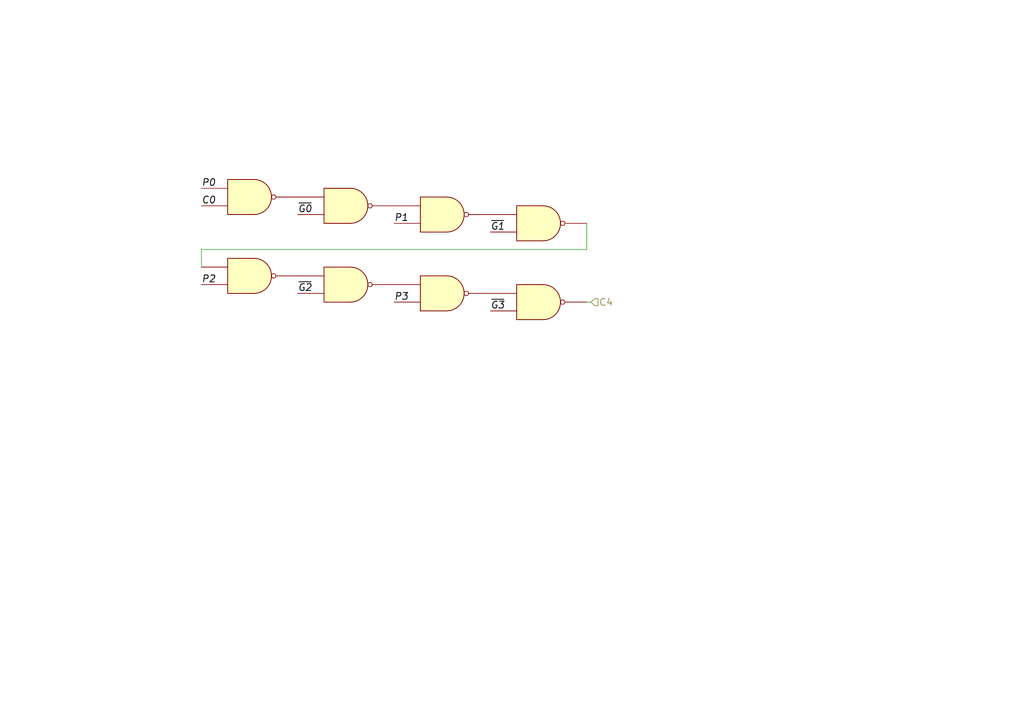
<source format=kicad_sch>
(kicad_sch (version 20231120) (generator "eeschema") (generator_version "8.0")
  (paper "A4")
  (junction (at 483.87 116.84))
  (junction (at 363.22 139.7))
  (junction (at 420.37 139.7))
  (junction (at 472.44 139.7))
  (junction (at 410.21 96.52))
  (junction (at 461.01 96.52))
  (junction (at 441.96 -17.78))
  (junction (at 412.75 139.7))
  (junction (at 532.13 116.84))
  (junction (at 402.59 96.52))
  (junction (at 511.81 138.43))
  (junction (at 519.43 138.43))
  (junction (at 458.47 27.94))
  (junction (at 464.82 139.7))
  (junction (at 355.6 139.7))
  (junction (at 434.34 116.84))
  (junction (at 474.98 -17.78))
  (junction (at 491.49 116.84))
  (junction (at 453.39 96.52))
  (junction (at 474.98 27.94))
  (junction (at 392.43 116.84))
  (junction (at 458.47 -17.78))
  (junction (at 425.45 -17.78))
  (junction (at 539.75 116.84))
  (junction (at 441.96 116.84))
  (junction (at 441.96 27.94))
  (junction (at 510.54 96.52))
  (junction (at 425.45 27.94))
  (junction (at 502.92 96.52))
  (junction (at 384.81 116.84))
  (wire (pts (xy 467.36 -11.43) (xy 467.36 -17.78)))
  (wire (pts (xy 461.01 114.3) (xy 461.01 110.49)))
  (wire (pts (xy 434.34 -22.86) (xy 434.34 -24.13)))
  (wire (pts (xy 434.34 116.84) (xy 434.34 120.65)))
  (wire (pts (xy 402.59 92.71) (xy 402.59 96.52)))
  (wire (pts (xy 499.11 139.7) (xy 472.44 139.7)))
  (wire (pts (xy 441.96 134.62) (xy 441.96 130.81)))
  (wire (pts (xy 363.22 157.48) (xy 363.22 153.67)))
  (wire (pts (xy 464.82 139.7) (xy 464.82 143.51)))
  (wire (pts (xy 449.58 125.73) (xy 449.58 139.7)))
  (wire (pts (xy 441.96 26.67) (xy 441.96 27.94)))
  (wire (pts (xy 491.49 120.65) (xy 491.49 116.84)))
  (wire (pts (xy 483.87 101.6) (xy 483.87 102.87)))
  (wire (pts (xy 458.47 27.94) (xy 458.47 29.21)))
  (wire (pts (xy 464.82 124.46) (xy 464.82 125.73)))
  (wire (pts (xy 453.39 81.28) (xy 453.39 82.55)))
  (wire (pts (xy 415.29 34.29) (xy 415.29 10.16)))
  (wire (pts (xy 458.47 3.81) (xy 458.47 5.08)))
  (wire (pts (xy 377.19 109.22) (xy 377.19 107.95)))
  (wire (pts (xy 539.75 116.84) (xy 532.13 116.84)))
  (wire (pts (xy 420.37 157.48) (xy 420.37 153.67)))
  (wire (pts (xy 412.75 135.89) (xy 412.75 139.7)))
  (wire (pts (xy 402.59 81.28) (xy 402.59 82.55)))
  (wire (pts (xy 495.3 88.9) (xy 495.3 87.63)))
  (wire (pts (xy 458.47 15.24) (xy 458.47 16.51)))
  (wire (pts (xy 434.34 22.86) (xy 434.34 21.59)))
  (wire (pts (xy 441.96 3.81) (xy 441.96 5.08)))
  (wire (pts (xy 472.44 157.48) (xy 472.44 153.67)))
  (wire (pts (xy 417.83 34.29) (xy 415.29 34.29)))
  (wire (pts (xy 392.43 116.84) (xy 384.81 116.84)))
  (wire (pts (xy 363.22 143.51) (xy 363.22 139.7)))
  (wire (pts (xy 524.51 109.22) (xy 524.51 107.95)))
  (wire (pts (xy 405.13 132.08) (xy 405.13 130.81)))
  (wire (pts (xy 426.72 109.22) (xy 426.72 107.95)))
  (wire (pts (xy 450.85 22.86) (xy 450.85 21.59)))
  (wire (pts (xy 441.96 116.84) (xy 434.34 116.84)))
  (wire (pts (xy 58.42 72.39) (xy 58.42 77.47)))
  (wire (pts (xy 476.25 109.22) (xy 476.25 107.95)))
  (wire (pts (xy 480.06 -17.78) (xy 474.98 -17.78)))
  (wire (pts (xy 461.01 96.52) (xy 453.39 96.52)))
  (wire (pts (xy 467.36 22.86) (xy 467.36 21.59)))
  (wire (pts (xy 519.43 156.21) (xy 519.43 152.4)))
  (wire (pts (xy 495.3 105.41) (xy 491.49 105.41)))
  (wire (pts (xy 532.13 116.84) (xy 532.13 120.65)))
  (wire (pts (xy 467.36 -22.86) (xy 467.36 -24.13)))
  (wire (pts (xy 417.83 -22.86) (xy 417.83 -24.13)))
  (wire (pts (xy 520.7 125.73) (xy 520.7 96.52)))
  (wire (pts (xy 412.75 153.67) (xy 412.75 157.48)))
  (wire (pts (xy 474.98 3.81) (xy 474.98 5.08)))
  (wire (pts (xy 441.96 -30.48) (xy 441.96 -29.21)))
  (wire (pts (xy 373.38 125.73) (xy 373.38 96.52)))
  (wire (pts (xy 355.6 135.89) (xy 355.6 139.7)))
  (wire (pts (xy 474.98 27.94) (xy 480.06 27.94)))
  (wire (pts (xy 458.47 -19.05) (xy 458.47 -17.78)))
  (wire (pts (xy 426.72 125.73) (xy 422.91 125.73)))
  (wire (pts (xy 425.45 3.81) (xy 425.45 5.08)))
  (wire (pts (xy 499.11 125.73) (xy 499.11 139.7)))
  (wire (pts (xy 472.44 125.73) (xy 472.44 96.52)))
  (wire (pts (xy 384.81 116.84) (xy 384.81 120.65)))
  (wire (pts (xy 453.39 92.71) (xy 453.39 96.52)))
  (wire (pts (xy 363.22 139.7) (xy 355.6 139.7)))
  (wire (pts (xy 453.39 96.52) (xy 453.39 100.33)))
  (wire (pts (xy 434.34 -17.78) (xy 425.45 -17.78)))
  (wire (pts (xy 355.6 139.7) (xy 355.6 143.51)))
  (wire (pts (xy 171.45 87.63) (xy 170.18 87.63)))
  (wire (pts (xy 392.43 134.62) (xy 392.43 130.81)))
  (wire (pts (xy 510.54 100.33) (xy 510.54 96.52)))
  (wire (pts (xy 402.59 96.52) (xy 402.59 100.33)))
  (wire (pts (xy 472.44 96.52) (xy 461.01 96.52)))
  (wire (pts (xy 491.49 116.84) (xy 483.87 116.84)))
  (wire (pts (xy 458.47 -17.78) (xy 458.47 -16.51)))
  (wire (pts (xy 483.87 130.81) (xy 483.87 134.62)))
  (wire (pts (xy 532.13 113.03) (xy 532.13 116.84)))
  (wire (pts (xy 422.91 96.52) (xy 410.21 96.52)))
  (wire (pts (xy 412.75 139.7) (xy 412.75 143.51)))
  (wire (pts (xy 519.43 142.24) (xy 519.43 138.43)))
  (wire (pts (xy 458.47 49.53) (xy 458.47 50.8)))
  (wire (pts (xy 434.34 -11.43) (xy 434.34 -17.78)))
  (wire (pts (xy 474.98 26.67) (xy 474.98 27.94)))
  (wire (pts (xy 420.37 139.7) (xy 412.75 139.7)))
  (wire (pts (xy 464.82 135.89) (xy 464.82 139.7)))
  (wire (pts (xy 425.45 -17.78) (xy 425.45 -16.51)))
  (wire (pts (xy 412.75 124.46) (xy 412.75 125.73)))
  (wire (pts (xy 474.98 -19.05) (xy 474.98 -17.78)))
  (wire (pts (xy 532.13 130.81) (xy 532.13 134.62)))
  (wire (pts (xy 474.98 -17.78) (xy 474.98 -16.51)))
  (wire (pts (xy 441.96 27.94) (xy 450.85 27.94)))
  (wire (pts (xy 441.96 -17.78) (xy 441.96 -16.51)))
  (wire (pts (xy 464.82 153.67) (xy 464.82 157.48)))
  (wire (pts (xy 441.96 -19.05) (xy 441.96 -17.78)))
  (wire (pts (xy 400.05 125.73) (xy 400.05 139.7)))
  (wire (pts (xy 441.96 105.41) (xy 441.96 116.84)))
  (wire (pts (xy 504.19 130.81) (xy 504.19 129.54)))
  (wire (pts (xy 425.45 27.94) (xy 425.45 29.21)))
  (wire (pts (xy 441.96 27.94) (xy 441.96 29.21)))
  (wire (pts (xy 425.45 26.67) (xy 425.45 27.94)))
  (wire (pts (xy 445.77 88.9) (xy 445.77 87.63)))
  (wire (pts (xy 441.96 15.24) (xy 441.96 16.51)))
  (wire (pts (xy 461.01 100.33) (xy 461.01 96.52)))
  (wire (pts (xy 547.37 138.43) (xy 519.43 138.43)))
  (wire (pts (xy 434.34 101.6) (xy 434.34 102.87)))
  (wire (pts (xy 434.34 27.94) (xy 425.45 27.94)))
  (wire (pts (xy 474.98 49.53) (xy 474.98 50.8)))
  (wire (pts (xy 420.37 143.51) (xy 420.37 139.7)))
  (wire (pts (xy 510.54 96.52) (xy 502.92 96.52)))
  (wire (pts (xy 384.81 113.03) (xy 384.81 116.84)))
  (wire (pts (xy 539.75 120.65) (xy 539.75 116.84)))
  (wire (pts (xy 410.21 96.52) (xy 402.59 96.52)))
  (wire (pts (xy 450.85 -17.78) (xy 441.96 -17.78)))
  (wire (pts (xy 510.54 114.3) (xy 510.54 110.49)))
  (wire (pts (xy 394.97 105.41) (xy 392.43 105.41)))
  (wire (pts (xy 415.29 10.16) (xy 480.06 10.16)))
  (wire (pts (xy 422.91 125.73) (xy 422.91 96.52)))
  (wire (pts (xy 394.97 88.9) (xy 394.97 87.63)))
  (wire (pts (xy 476.25 125.73) (xy 472.44 125.73)))
  (wire (pts (xy 58.42 72.39) (xy 170.18 72.39)))
  (wire (pts (xy 355.6 153.67) (xy 355.6 157.48)))
  (wire (pts (xy 392.43 105.41) (xy 392.43 116.84)))
  (wire (pts (xy 467.36 -17.78) (xy 458.47 -17.78)))
  (wire (pts (xy 425.45 15.24) (xy 425.45 16.51)))
  (wire (pts (xy 474.98 27.94) (xy 474.98 29.21)))
  (wire (pts (xy 519.43 138.43) (xy 511.81 138.43)))
  (wire (pts (xy 511.81 138.43) (xy 511.81 142.24)))
  (wire (pts (xy 502.92 81.28) (xy 502.92 82.55)))
  (wire (pts (xy 491.49 105.41) (xy 491.49 116.84)))
  (wire (pts (xy 532.13 101.6) (xy 532.13 102.87)))
  (wire (pts (xy 392.43 120.65) (xy 392.43 116.84)))
  (wire (pts (xy 524.51 125.73) (xy 520.7 125.73)))
  (wire (pts (xy 472.44 139.7) (xy 464.82 139.7)))
  (wire (pts (xy 483.87 113.03) (xy 483.87 116.84)))
  (wire (pts (xy 410.21 100.33) (xy 410.21 96.52)))
  (wire (pts (xy 450.85 -22.86) (xy 450.85 -24.13)))
  (wire (pts (xy 355.6 124.46) (xy 355.6 125.73)))
  (wire (pts (xy 457.2 132.08) (xy 457.2 130.81)))
  (wire (pts (xy 347.98 132.08) (xy 347.98 130.81)))
  (wire (pts (xy 502.92 92.71) (xy 502.92 96.52)))
  (wire (pts (xy 384.81 101.6) (xy 384.81 102.87)))
  (wire (pts (xy 425.45 -30.48) (xy 425.45 -29.21)))
  (wire (pts (xy 453.39 110.49) (xy 453.39 114.3)))
  (wire (pts (xy 450.85 34.29) (xy 450.85 27.94)))
  (wire (pts (xy 467.36 34.29) (xy 467.36 27.94)))
  (wire (pts (xy 483.87 116.84) (xy 483.87 120.65)))
  (wire (pts (xy 511.81 152.4) (xy 511.81 156.21)))
  (wire (pts (xy 441.96 120.65) (xy 441.96 116.84)))
  (wire (pts (xy 480.06 10.16) (xy 480.06 -17.78)))
  (wire (pts (xy 542.29 116.84) (xy 539.75 116.84)))
  (wire (pts (xy 450.85 -11.43) (xy 450.85 -17.78)))
  (wire (pts (xy 170.18 64.77) (xy 170.18 72.39)))
  (wire (pts (xy 474.98 15.24) (xy 474.98 16.51)))
  (wire (pts (xy 441.96 105.41) (xy 445.77 105.41)))
  (wire (pts (xy 417.83 22.86) (xy 417.83 21.59)))
  (wire (pts (xy 434.34 34.29) (xy 434.34 27.94)))
  (wire (pts (xy 425.45 -19.05) (xy 425.45 -17.78)))
  (wire (pts (xy 377.19 125.73) (xy 373.38 125.73)))
  (wire (pts (xy 547.37 125.73) (xy 547.37 138.43)))
  (wire (pts (xy 363.22 139.7) (xy 400.05 139.7)))
  (wire (pts (xy 539.75 134.62) (xy 539.75 130.81)))
  (wire (pts (xy 491.49 134.62) (xy 491.49 130.81)))
  (wire (pts (xy 384.81 130.81) (xy 384.81 134.62)))
  (wire (pts (xy 425.45 49.53) (xy 425.45 50.8)))
  (wire (pts (xy 520.7 96.52) (xy 510.54 96.52)))
  (wire (pts (xy 458.47 26.67) (xy 458.47 27.94)))
  (wire (pts (xy 434.34 130.81) (xy 434.34 134.62)))
  (wire (pts (xy 511.81 123.19) (xy 511.81 124.46)))
  (wire (pts (xy 467.36 27.94) (xy 458.47 27.94)))
  (wire (pts (xy 402.59 110.49) (xy 402.59 114.3)))
  (wire (pts (xy 511.81 134.62) (xy 511.81 138.43)))
  (wire (pts (xy 420.37 139.7) (xy 449.58 139.7)))
  (wire (pts (xy 502.92 96.52) (xy 502.92 100.33)))
  (wire (pts (xy 441.96 49.53) (xy 441.96 50.8)))
  (wire (pts (xy 474.98 -30.48) (xy 474.98 -29.21)))
  (wire (pts (xy 472.44 143.51) (xy 472.44 139.7)))
  (wire (pts (xy 502.92 110.49) (xy 502.92 114.3)))
  (wire (pts (xy 410.21 114.3) (xy 410.21 110.49)))
  (wire (pts (xy 434.34 113.03) (xy 434.34 116.84)))
  (wire (pts (xy 458.47 -30.48) (xy 458.47 -29.21)))
  (label "G0" (at 370.84 148.59 180) (effects (font (bold yes) (italic yes))))
  (label "G2" (at 480.06 148.59 180) (effects (font (bold yes) (italic yes))))
  (label "C0" (at 417.83 -1.27 0) (effects (font (bold yes) (italic yes))))
  (label "~{G0}" (at 434.34 -1.27 0) (effects (font (bold yes) (italic yes))))
  (label "C4" (at 553.72 116.84 0) (effects (font (bold yes) (italic yes))))
  (label "~{G1}" (at 142.24 67.31 0) (effects (font (size 2 2) (thickness 0.254) (bold yes) (italic yes))))
  (label "G2" (at 457.2 148.59 0) (effects (font (bold yes) (italic yes))))
  (label "G3" (at 527.05 147.32 180) (effects (font (bold yes) (italic yes))))
  (label "P3" (at 518.16 105.41 180) (effects (font (bold yes) (italic yes))))
  (label "G1" (at 427.99 148.59 180) (effects (font (bold yes) (italic yes))))
  (label "~{G3}" (at 142.24 90.17 0) (effects (font (size 2 2) (thickness 0.254) (bold yes) (italic yes))))
  (label "~{G2}" (at 86.36 85.09 0) (effects (font (size 2 2) (thickness 0.254) (bold yes) (italic yes))))
  (label "P1" (at 114.3 64.77 0) (effects (font (size 2 2) (thickness 0.254) (bold yes) (italic yes))))
  (label "P1" (at 417.83 105.41 180) (effects (font (bold yes) (italic yes))))
  (label "P2" (at 468.63 105.41 180) (effects (font (bold yes) (italic yes))))
  (label "~{G2}" (at 434.34 44.45 0) (effects (font (bold yes) (italic yes))))
  (label "C0" (at 58.42 59.69 0) (effects (font (size 2 2) (thickness 0.254) (bold yes) (italic yes))))
  (label "P0" (at 417.83 -11.43 0) (effects (font (bold yes) (italic yes))))
  (label "G3" (at 504.19 147.32 0) (effects (font (bold yes) (italic yes))))
  (label "G1" (at 405.13 148.59 0) (effects (font (bold yes) (italic yes))))
  (label "P2" (at 58.42 82.55 0) (effects (font (size 2 2) (thickness 0.254) (bold yes) (italic yes))))
  (label "P0" (at 58.42 54.61 0) (effects (font (size 2 2) (thickness 0.254) (bold yes) (italic yes))))
  (label "~{G1}" (at 467.36 -1.27 0) (effects (font (bold yes) (italic yes))))
  (label "~{G3}" (at 467.36 44.45 0) (effects (font (bold yes) (italic yes))))
  (label "P1" (at 450.85 -1.27 0) (effects (font (bold yes) (italic yes))))
  (label "G0" (at 347.98 148.59 0) (effects (font (bold yes) (italic yes))))
  (label "P3" (at 450.85 44.45 0) (effects (font (bold yes) (italic yes))))
  (label "P2" (at 417.83 44.45 0) (effects (font (bold yes) (italic yes))))
  (label "P3" (at 114.3 87.63 0) (effects (font (size 2 2) (thickness 0.254) (bold yes) (italic yes))))
  (label "~{G0}" (at 86.36 62.23 0) (effects (font (size 2 2) (thickness 0.254) (bold yes) (italic yes))))
  (hierarchical_label "C4" (shape input) (at 171.45 87.63 0) (effects (font (size 2 2))))
  (hierarchical_label "C4" (shape input) (at 480.06 27.94 0))
  (symbol (lib_id "Simulation_SPICE:NMOS") (at 509.27 147.32 0) (unit 1)
    (property "Reference" "Q?" (effects (hide yes)))
    (property "Value" "NMOS" (effects (hide yes)))
    (property "Datasheet" "https://ngspice.sourceforge.io/docs/ngspice-html-manual/manual.xhtml#cha_MOSFETs" (effects (hide yes)))
    (property "Description" "N-MOSFET transistor, drain/source/gate" (effects (hide yes)))
    (property "Sim.Device" "NMOS" (effects (hide yes)))
    (property "Sim.Type" "VDMOS" (effects (hide yes)))
    (property "Sim.Pins" "1=D 2=G 3=S" (effects (hide yes)))
  )
  (symbol (lib_id "Simulation_SPICE:NMOS") (at 400.05 105.41 0) (unit 1)
    (property "Reference" "Q?" (effects (hide yes)))
    (property "Value" "NMOS" (effects (hide yes)))
    (property "Datasheet" "https://ngspice.sourceforge.io/docs/ngspice-html-manual/manual.xhtml#cha_MOSFETs" (effects (hide yes)))
    (property "Description" "N-MOSFET transistor, drain/source/gate" (effects (hide yes)))
    (property "Sim.Device" "NMOS" (effects (hide yes)))
    (property "Sim.Type" "VDMOS" (effects (hide yes)))
    (property "Sim.Pins" "1=D 2=G 3=S" (effects (hide yes)))
  )
  (symbol (lib_id "Simulation_SPICE:PMOS") (at 450.85 87.63 0) (unit 1)
    (property "Reference" "Q?" (effects (hide yes)))
    (property "Value" "PMOS" (effects (hide yes)))
    (property "Datasheet" "https://ngspice.sourceforge.io/docs/ngspice-html-manual/manual.xhtml#cha_MOSFETs" (effects (hide yes)))
    (property "Description" "P-MOSFET transistor, drain/source/gate" (effects (hide yes)))
    (property "Sim.Device" "PMOS" (effects (hide yes)))
    (property "Sim.Type" "VDMOS" (effects (hide yes)))
    (property "Sim.Pins" "1=D 2=G 3=S" (effects (hide yes)))
  )
  (symbol (lib_id "power:Earth") (at 450.85 -22.86 0) (unit 1)
    (property "Reference" "#PWR088" (effects (hide yes)))
    (property "Value" "GND" (effects (hide yes)))
    (property "Description" "Power symbol creates a global label with name \"Earth\"" (effects (hide yes)))
  )
  (symbol (lib_id "Simulation_SPICE:NMOS") (at 450.85 105.41 0) (unit 1)
    (property "Reference" "Q?" (effects (hide yes)))
    (property "Value" "NMOS" (effects (hide yes)))
    (property "Datasheet" "https://ngspice.sourceforge.io/docs/ngspice-html-manual/manual.xhtml#cha_MOSFETs" (effects (hide yes)))
    (property "Description" "N-MOSFET transistor, drain/source/gate" (effects (hide yes)))
    (property "Sim.Device" "NMOS" (effects (hide yes)))
    (property "Sim.Type" "VDMOS" (effects (hide yes)))
    (property "Sim.Pins" "1=D 2=G 3=S" (effects (hide yes)))
  )
  (symbol (lib_id "power:Earth") (at 417.83 -22.86 0) (unit 1)
    (property "Reference" "#PWR036" (effects (hide yes)))
    (property "Value" "GND" (effects (hide yes)))
    (property "Description" "Power symbol creates a global label with name \"Earth\"" (effects (hide yes)))
  )
  (symbol (lib_id "power:Earth") (at 457.2 132.08 0) (unit 1)
    (property "Reference" "#PWR065" (effects (hide yes)))
    (property "Value" "GND" (effects (hide yes)))
    (property "Description" "Power symbol creates a global label with name \"Earth\"" (effects (hide yes)))
  )
  (symbol (lib_id "power:+5V") (at 511.81 123.19 0) (unit 1)
    (property "Reference" "#PWR079" (effects (hide yes)))
    (property "Value" "VSS" (effects (hide yes)))
    (property "Description" "Power symbol creates a global label with name \"+5V\"" (effects (hide yes)))
  )
  (symbol (lib_id "power:+5V") (at 474.98 -30.48 0) (unit 1)
    (property "Reference" "#PWR092" (effects (hide yes)))
    (property "Value" "VSS" (effects (hide yes)))
    (property "Description" "Power symbol creates a global label with name \"+5V\"" (effects (hide yes)))
  )
  (symbol (lib_id "Simulation_SPICE:NMOS") (at 455.93 44.45 0) (unit 1)
    (property "Reference" "Q?" (effects (hide yes)))
    (property "Value" "NMOS" (effects (hide yes)))
    (property "Datasheet" "https://ngspice.sourceforge.io/docs/ngspice-html-manual/manual.xhtml#cha_MOSFETs" (effects (hide yes)))
    (property "Description" "N-MOSFET transistor, drain/source/gate" (effects (hide yes)))
    (property "Sim.Device" "NMOS" (effects (hide yes)))
    (property "Sim.Type" "VDMOS" (effects (hide yes)))
    (property "Sim.Pins" "1=D 2=G 3=S" (effects (hide yes)))
  )
  (symbol (lib_id "power:+5V") (at 384.81 101.6 0) (unit 1)
    (property "Reference" "#PWR047" (effects (hide yes)))
    (property "Value" "VSS" (effects (hide yes)))
    (property "Description" "Power symbol creates a global label with name \"+5V\"" (effects (hide yes)))
  )
  (symbol (lib_id "Simulation_SPICE:PMOS") (at 431.8 107.95 0) (unit 1)
    (property "Reference" "Q?" (effects (hide yes)))
    (property "Value" "PMOS" (effects (hide yes)))
    (property "Datasheet" "https://ngspice.sourceforge.io/docs/ngspice-html-manual/manual.xhtml#cha_MOSFETs" (effects (hide yes)))
    (property "Description" "P-MOSFET transistor, drain/source/gate" (effects (hide yes)))
    (property "Sim.Device" "PMOS" (effects (hide yes)))
    (property "Sim.Type" "VDMOS" (effects (hide yes)))
    (property "Sim.Pins" "1=D 2=G 3=S" (effects (hide yes)))
  )
  (symbol (lib_id "Simulation_SPICE:NMOS") (at 439.42 -1.27 0) (unit 1)
    (property "Reference" "Q?" (effects (hide yes)))
    (property "Value" "NMOS" (effects (hide yes)))
    (property "Datasheet" "https://ngspice.sourceforge.io/docs/ngspice-html-manual/manual.xhtml#cha_MOSFETs" (effects (hide yes)))
    (property "Description" "N-MOSFET transistor, drain/source/gate" (effects (hide yes)))
    (property "Sim.Device" "NMOS" (effects (hide yes)))
    (property "Sim.Type" "VDMOS" (effects (hide yes)))
    (property "Sim.Pins" "1=D 2=G 3=S" (effects (hide yes)))
  )
  (symbol (lib_id "power:Earth") (at 539.75 134.62 0) (unit 1)
    (property "Reference" "#PWR085" (effects (hide yes)))
    (property "Value" "GND" (effects (hide yes)))
    (property "Description" "Power symbol creates a global label with name \"Earth\"" (effects (hide yes)))
  )
  (symbol (lib_id "Simulation_SPICE:NMOS") (at 444.5 125.73 0) (mirror y) (unit 1)
    (property "Reference" "Q?" (effects (hide yes)))
    (property "Value" "NMOS" (effects (hide yes)))
    (property "Datasheet" "https://ngspice.sourceforge.io/docs/ngspice-html-manual/manual.xhtml#cha_MOSFETs" (effects (hide yes)))
    (property "Description" "N-MOSFET transistor, drain/source/gate" (effects (hide yes)))
    (property "Sim.Device" "NMOS" (effects (hide yes)))
    (property "Sim.Type" "VDMOS" (effects (hide yes)))
    (property "Sim.Pins" "1=D 2=G 3=S" (effects (hide yes)))
  )
  (symbol (lib_id "Simulation_SPICE:PMOS") (at 439.42 21.59 0) (unit 1)
    (property "Reference" "Q?" (effects (hide yes)))
    (property "Value" "PMOS" (effects (hide yes)))
    (property "Datasheet" "https://ngspice.sourceforge.io/docs/ngspice-html-manual/manual.xhtml#cha_MOSFETs" (effects (hide yes)))
    (property "Description" "P-MOSFET transistor, drain/source/gate" (effects (hide yes)))
    (property "Sim.Device" "PMOS" (effects (hide yes)))
    (property "Sim.Type" "VDMOS" (effects (hide yes)))
    (property "Sim.Pins" "1=D 2=G 3=S" (effects (hide yes)))
  )
  (symbol (lib_id "power:+5V") (at 458.47 -30.48 0) (unit 1)
    (property "Reference" "#PWR089" (effects (hide yes)))
    (property "Value" "VSS" (effects (hide yes)))
    (property "Description" "Power symbol creates a global label with name \"+5V\"" (effects (hide yes)))
  )
  (symbol (lib_id "Simulation_SPICE:PMOS") (at 529.59 107.95 0) (unit 1)
    (property "Reference" "Q?" (effects (hide yes)))
    (property "Value" "PMOS" (effects (hide yes)))
    (property "Datasheet" "https://ngspice.sourceforge.io/docs/ngspice-html-manual/manual.xhtml#cha_MOSFETs" (effects (hide yes)))
    (property "Description" "P-MOSFET transistor, drain/source/gate" (effects (hide yes)))
    (property "Sim.Device" "PMOS" (effects (hide yes)))
    (property "Sim.Type" "VDMOS" (effects (hide yes)))
    (property "Sim.Pins" "1=D 2=G 3=S" (effects (hide yes)))
  )
  (symbol (lib_id "Simulation_SPICE:NMOS") (at 353.06 148.59 0) (unit 1)
    (property "Reference" "Q?" (effects (hide yes)))
    (property "Value" "NMOS" (effects (hide yes)))
    (property "Datasheet" "https://ngspice.sourceforge.io/docs/ngspice-html-manual/manual.xhtml#cha_MOSFETs" (effects (hide yes)))
    (property "Description" "N-MOSFET transistor, drain/source/gate" (effects (hide yes)))
    (property "Sim.Device" "NMOS" (effects (hide yes)))
    (property "Sim.Type" "VDMOS" (effects (hide yes)))
    (property "Sim.Pins" "1=D 2=G 3=S" (effects (hide yes)))
  )
  (symbol (lib_id "Simulation_SPICE:PMOS") (at 422.91 -24.13 0) (unit 1)
    (property "Reference" "Q?" (effects (hide yes)))
    (property "Value" "PMOS" (effects (hide yes)))
    (property "Datasheet" "https://ngspice.sourceforge.io/docs/ngspice-html-manual/manual.xhtml#cha_MOSFETs" (effects (hide yes)))
    (property "Description" "P-MOSFET transistor, drain/source/gate" (effects (hide yes)))
    (property "Sim.Device" "PMOS" (effects (hide yes)))
    (property "Sim.Type" "VDMOS" (effects (hide yes)))
    (property "Sim.Pins" "1=D 2=G 3=S" (effects (hide yes)))
  )
  (symbol (lib_id "Simulation_SPICE:NMOS") (at 439.42 -11.43 0) (unit 1)
    (property "Reference" "Q?" (effects (hide yes)))
    (property "Value" "NMOS" (effects (hide yes)))
    (property "Datasheet" "https://ngspice.sourceforge.io/docs/ngspice-html-manual/manual.xhtml#cha_MOSFETs" (effects (hide yes)))
    (property "Description" "N-MOSFET transistor, drain/source/gate" (effects (hide yes)))
    (property "Sim.Device" "NMOS" (effects (hide yes)))
    (property "Sim.Type" "VDMOS" (effects (hide yes)))
    (property "Sim.Pins" "1=D 2=G 3=S" (effects (hide yes)))
  )
  (symbol (lib_id "power:+5V") (at 458.47 15.24 0) (unit 1)
    (property "Reference" "#PWR0101" (effects (hide yes)))
    (property "Value" "VSS" (effects (hide yes)))
    (property "Description" "Power symbol creates a global label with name \"+5V\"" (effects (hide yes)))
  )
  (symbol (lib_id "Simulation_SPICE:NMOS") (at 422.91 44.45 0) (unit 1)
    (property "Reference" "Q?" (effects (hide yes)))
    (property "Value" "NMOS" (effects (hide yes)))
    (property "Datasheet" "https://ngspice.sourceforge.io/docs/ngspice-html-manual/manual.xhtml#cha_MOSFETs" (effects (hide yes)))
    (property "Description" "N-MOSFET transistor, drain/source/gate" (effects (hide yes)))
    (property "Sim.Device" "NMOS" (effects (hide yes)))
    (property "Sim.Type" "VDMOS" (effects (hide yes)))
    (property "Sim.Pins" "1=D 2=G 3=S" (effects (hide yes)))
  )
  (symbol (lib_id "power:Earth") (at 441.96 5.08 0) (unit 1)
    (property "Reference" "#PWR087" (effects (hide yes)))
    (property "Value" "GND" (effects (hide yes)))
    (property "Description" "Power symbol creates a global label with name \"Earth\"" (effects (hide yes)))
  )
  (symbol (lib_id "Simulation_SPICE:PMOS") (at 422.91 21.59 0) (unit 1)
    (property "Reference" "Q?" (effects (hide yes)))
    (property "Value" "PMOS" (effects (hide yes)))
    (property "Datasheet" "https://ngspice.sourceforge.io/docs/ngspice-html-manual/manual.xhtml#cha_MOSFETs" (effects (hide yes)))
    (property "Description" "P-MOSFET transistor, drain/source/gate" (effects (hide yes)))
    (property "Sim.Device" "PMOS" (effects (hide yes)))
    (property "Sim.Type" "VDMOS" (effects (hide yes)))
    (property "Sim.Pins" "1=D 2=G 3=S" (effects (hide yes)))
  )
  (symbol (lib_id "power:+5V") (at 425.45 15.24 0) (unit 1)
    (property "Reference" "#PWR095" (effects (hide yes)))
    (property "Value" "VSS" (effects (hide yes)))
    (property "Description" "Power symbol creates a global label with name \"+5V\"" (effects (hide yes)))
  )
  (symbol (lib_id "Simulation_SPICE:PMOS") (at 353.06 130.81 0) (unit 1)
    (property "Reference" "Q?" (effects (hide yes)))
    (property "Value" "PMOS" (effects (hide yes)))
    (property "Datasheet" "https://ngspice.sourceforge.io/docs/ngspice-html-manual/manual.xhtml#cha_MOSFETs" (effects (hide yes)))
    (property "Description" "P-MOSFET transistor, drain/source/gate" (effects (hide yes)))
    (property "Sim.Device" "PMOS" (effects (hide yes)))
    (property "Sim.Type" "VDMOS" (effects (hide yes)))
    (property "Sim.Pins" "1=D 2=G 3=S" (effects (hide yes)))
  )
  (symbol (lib_id "power:+5V") (at 532.13 101.6 0) (unit 1)
    (property "Reference" "#PWR083" (effects (hide yes)))
    (property "Value" "VSS" (effects (hide yes)))
    (property "Description" "Power symbol creates a global label with name \"+5V\"" (effects (hide yes)))
  )
  (symbol (lib_id "power:+5V") (at 483.87 101.6 0) (unit 1)
    (property "Reference" "#PWR071" (effects (hide yes)))
    (property "Value" "VSS" (effects (hide yes)))
    (property "Description" "Power symbol creates a global label with name \"+5V\"" (effects (hide yes)))
  )
  (symbol (lib_id "Simulation_SPICE:NMOS") (at 472.44 34.29 0) (unit 1)
    (property "Reference" "Q?" (effects (hide yes)))
    (property "Value" "NMOS" (effects (hide yes)))
    (property "Datasheet" "https://ngspice.sourceforge.io/docs/ngspice-html-manual/manual.xhtml#cha_MOSFETs" (effects (hide yes)))
    (property "Description" "N-MOSFET transistor, drain/source/gate" (effects (hide yes)))
    (property "Sim.Device" "NMOS" (effects (hide yes)))
    (property "Sim.Type" "VDMOS" (effects (hide yes)))
    (property "Sim.Pins" "1=D 2=G 3=S" (effects (hide yes)))
  )
  (symbol (lib_id "power:Earth") (at 394.97 88.9 0) (unit 1)
    (property "Reference" "#PWR050" (effects (hide yes)))
    (property "Value" "GND" (effects (hide yes)))
    (property "Description" "Power symbol creates a global label with name \"Earth\"" (effects (hide yes)))
  )
  (symbol (lib_id "power:Earth") (at 384.81 134.62 0) (unit 1)
    (property "Reference" "#PWR048" (effects (hide yes)))
    (property "Value" "GND" (effects (hide yes)))
    (property "Description" "Power symbol creates a global label with name \"Earth\"" (effects (hide yes)))
  )
  (symbol (lib_id "Simulation_SPICE:NMOS") (at 410.21 148.59 0) (unit 1)
    (property "Reference" "Q?" (effects (hide yes)))
    (property "Value" "NMOS" (effects (hide yes)))
    (property "Datasheet" "https://ngspice.sourceforge.io/docs/ngspice-html-manual/manual.xhtml#cha_MOSFETs" (effects (hide yes)))
    (property "Description" "N-MOSFET transistor, drain/source/gate" (effects (hide yes)))
    (property "Sim.Device" "NMOS" (effects (hide yes)))
    (property "Sim.Type" "VDMOS" (effects (hide yes)))
    (property "Sim.Pins" "1=D 2=G 3=S" (effects (hide yes)))
  )
  (symbol (lib_id "Simulation_SPICE:PMOS") (at 455.93 21.59 0) (unit 1)
    (property "Reference" "Q?" (effects (hide yes)))
    (property "Value" "PMOS" (effects (hide yes)))
    (property "Datasheet" "https://ngspice.sourceforge.io/docs/ngspice-html-manual/manual.xhtml#cha_MOSFETs" (effects (hide yes)))
    (property "Description" "P-MOSFET transistor, drain/source/gate" (effects (hide yes)))
    (property "Sim.Device" "PMOS" (effects (hide yes)))
    (property "Sim.Type" "VDMOS" (effects (hide yes)))
    (property "Sim.Pins" "1=D 2=G 3=S" (effects (hide yes)))
  )
  (symbol (lib_id "power:+5V") (at 453.39 81.28 0) (unit 1)
    (property "Reference" "#PWR063" (effects (hide yes)))
    (property "Value" "VSS" (effects (hide yes)))
    (property "Description" "Power symbol creates a global label with name \"+5V\"" (effects (hide yes)))
  )
  (symbol (lib_id "power:Earth") (at 450.85 22.86 0) (unit 1)
    (property "Reference" "#PWR0100" (effects (hide yes)))
    (property "Value" "GND" (effects (hide yes)))
    (property "Description" "Power symbol creates a global label with name \"Earth\"" (effects (hide yes)))
  )
  (symbol (lib_id "power:Earth") (at 445.77 88.9 0) (unit 1)
    (property "Reference" "#PWR062" (effects (hide yes)))
    (property "Value" "GND" (effects (hide yes)))
    (property "Description" "Power symbol creates a global label with name \"Earth\"" (effects (hide yes)))
  )
  (symbol (lib_id "power:Earth") (at 461.01 114.3 0) (unit 1)
    (property "Reference" "#PWR066" (effects (hide yes)))
    (property "Value" "GND" (effects (hide yes)))
    (property "Description" "Power symbol creates a global label with name \"Earth\"" (effects (hide yes)))
  )
  (symbol (lib_id "Simulation_SPICE:NMOS") (at 382.27 125.73 0) (unit 1)
    (property "Reference" "Q?" (effects (hide yes)))
    (property "Value" "NMOS" (effects (hide yes)))
    (property "Datasheet" "https://ngspice.sourceforge.io/docs/ngspice-html-manual/manual.xhtml#cha_MOSFETs" (effects (hide yes)))
    (property "Description" "N-MOSFET transistor, drain/source/gate" (effects (hide yes)))
    (property "Sim.Device" "NMOS" (effects (hide yes)))
    (property "Sim.Type" "VDMOS" (effects (hide yes)))
    (property "Sim.Pins" "1=D 2=G 3=S" (effects (hide yes)))
  )
  (symbol (lib_id "74xGxx:74AHC2G00") (at 101.6 82.55 0) (unit 1)
    (property "Reference" "U?" (effects (hide yes)))
    (property "Value" "74AHC2G00" (effects (hide yes)))
    (property "Datasheet" "https://assets.nexperia.com/documents/data-sheet/74AHC_AHCT2G00.pdf" (effects (hide yes)))
    (property "Description" "Dual NAND Gate, High-speed Si-gate CMOS" (effects (hide yes)))
  )
  (symbol (lib_id "power:Earth") (at 519.43 156.21 0) (unit 1)
    (property "Reference" "#PWR081" (effects (hide yes)))
    (property "Value" "GND" (effects (hide yes)))
    (property "Description" "Power symbol creates a global label with name \"Earth\"" (effects (hide yes)))
  )
  (symbol (lib_id "Simulation_SPICE:PMOS") (at 500.38 87.63 0) (unit 1)
    (property "Reference" "Q?" (effects (hide yes)))
    (property "Value" "PMOS" (effects (hide yes)))
    (property "Datasheet" "https://ngspice.sourceforge.io/docs/ngspice-html-manual/manual.xhtml#cha_MOSFETs" (effects (hide yes)))
    (property "Description" "P-MOSFET transistor, drain/source/gate" (effects (hide yes)))
    (property "Sim.Device" "PMOS" (effects (hide yes)))
    (property "Sim.Type" "VDMOS" (effects (hide yes)))
    (property "Sim.Pins" "1=D 2=G 3=S" (effects (hide yes)))
  )
  (symbol (lib_id "Simulation_SPICE:NMOS") (at 412.75 105.41 0) (mirror y) (unit 1)
    (property "Reference" "Q?" (effects (hide yes)))
    (property "Value" "NMOS" (effects (hide yes)))
    (property "Datasheet" "https://ngspice.sourceforge.io/docs/ngspice-html-manual/manual.xhtml#cha_MOSFETs" (effects (hide yes)))
    (property "Description" "N-MOSFET transistor, drain/source/gate" (effects (hide yes)))
    (property "Sim.Device" "NMOS" (effects (hide yes)))
    (property "Sim.Type" "VDMOS" (effects (hide yes)))
    (property "Sim.Pins" "1=D 2=G 3=S" (effects (hide yes)))
  )
  (symbol (lib_id "power:Earth") (at 441.96 134.62 0) (unit 1)
    (property "Reference" "#PWR061" (effects (hide yes)))
    (property "Value" "GND" (effects (hide yes)))
    (property "Description" "Power symbol creates a global label with name \"Earth\"" (effects (hide yes)))
  )
  (symbol (lib_id "power:+5V") (at 425.45 -30.48 0) (unit 1)
    (property "Reference" "#PWR040" (effects (hide yes)))
    (property "Value" "VSS" (effects (hide yes)))
    (property "Description" "Power symbol creates a global label with name \"+5V\"" (effects (hide yes)))
  )
  (symbol (lib_id "Simulation_SPICE:PMOS") (at 439.42 -24.13 0) (unit 1)
    (property "Reference" "Q?" (effects (hide yes)))
    (property "Value" "PMOS" (effects (hide yes)))
    (property "Datasheet" "https://ngspice.sourceforge.io/docs/ngspice-html-manual/manual.xhtml#cha_MOSFETs" (effects (hide yes)))
    (property "Description" "P-MOSFET transistor, drain/source/gate" (effects (hide yes)))
    (property "Sim.Device" "PMOS" (effects (hide yes)))
    (property "Sim.Type" "VDMOS" (effects (hide yes)))
    (property "Sim.Pins" "1=D 2=G 3=S" (effects (hide yes)))
  )
  (symbol (lib_id "power:Earth") (at 392.43 134.62 0) (unit 1)
    (property "Reference" "#PWR049" (effects (hide yes)))
    (property "Value" "GND" (effects (hide yes)))
    (property "Description" "Power symbol creates a global label with name \"Earth\"" (effects (hide yes)))
  )
  (symbol (lib_id "power:Earth") (at 363.22 157.48 0) (unit 1)
    (property "Reference" "#PWR045" (effects (hide yes)))
    (property "Value" "GND" (effects (hide yes)))
    (property "Description" "Power symbol creates a global label with name \"Earth\"" (effects (hide yes)))
  )
  (symbol (lib_id "power:Earth") (at 472.44 157.48 0) (unit 1)
    (property "Reference" "#PWR069" (effects (hide yes)))
    (property "Value" "GND" (effects (hide yes)))
    (property "Description" "Power symbol creates a global label with name \"Earth\"" (effects (hide yes)))
  )
  (symbol (lib_id "power:Earth") (at 420.37 157.48 0) (unit 1)
    (property "Reference" "#PWR057" (effects (hide yes)))
    (property "Value" "GND" (effects (hide yes)))
    (property "Description" "Power symbol creates a global label with name \"Earth\"" (effects (hide yes)))
  )
  (symbol (lib_id "74xGxx:74AHC2G00") (at 101.6 59.69 0) (unit 1)
    (property "Reference" "U?" (effects (hide yes)))
    (property "Value" "74AHC2G00" (effects (hide yes)))
    (property "Datasheet" "https://assets.nexperia.com/documents/data-sheet/74AHC_AHCT2G00.pdf" (effects (hide yes)))
    (property "Description" "Dual NAND Gate, High-speed Si-gate CMOS" (effects (hide yes)))
  )
  (symbol (lib_id "power:+5V") (at 441.96 15.24 0) (unit 1)
    (property "Reference" "#PWR098" (effects (hide yes)))
    (property "Value" "VSS" (effects (hide yes)))
    (property "Description" "Power symbol creates a global label with name \"+5V\"" (effects (hide yes)))
  )
  (symbol (lib_id "Simulation_SPICE:NMOS") (at 474.98 148.59 0) (mirror y) (unit 1)
    (property "Reference" "Q?" (effects (hide yes)))
    (property "Value" "NMOS" (effects (hide yes)))
    (property "Datasheet" "https://ngspice.sourceforge.io/docs/ngspice-html-manual/manual.xhtml#cha_MOSFETs" (effects (hide yes)))
    (property "Description" "N-MOSFET transistor, drain/source/gate" (effects (hide yes)))
    (property "Sim.Device" "NMOS" (effects (hide yes)))
    (property "Sim.Type" "VDMOS" (effects (hide yes)))
    (property "Sim.Pins" "1=D 2=G 3=S" (effects (hide yes)))
  )
  (symbol (lib_id "Simulation_SPICE:NMOS") (at 439.42 34.29 0) (unit 1)
    (property "Reference" "Q?" (effects (hide yes)))
    (property "Value" "NMOS" (effects (hide yes)))
    (property "Datasheet" "https://ngspice.sourceforge.io/docs/ngspice-html-manual/manual.xhtml#cha_MOSFETs" (effects (hide yes)))
    (property "Description" "N-MOSFET transistor, drain/source/gate" (effects (hide yes)))
    (property "Sim.Device" "NMOS" (effects (hide yes)))
    (property "Sim.Type" "VDMOS" (effects (hide yes)))
    (property "Sim.Pins" "1=D 2=G 3=S" (effects (hide yes)))
  )
  (symbol (lib_id "Simulation_SPICE:NMOS") (at 394.97 125.73 0) (mirror y) (unit 1)
    (property "Reference" "Q?" (effects (hide yes)))
    (property "Value" "NMOS" (effects (hide yes)))
    (property "Datasheet" "https://ngspice.sourceforge.io/docs/ngspice-html-manual/manual.xhtml#cha_MOSFETs" (effects (hide yes)))
    (property "Description" "N-MOSFET transistor, drain/source/gate" (effects (hide yes)))
    (property "Sim.Device" "NMOS" (effects (hide yes)))
    (property "Sim.Type" "VDMOS" (effects (hide yes)))
    (property "Sim.Pins" "1=D 2=G 3=S" (effects (hide yes)))
  )
  (symbol (lib_id "power:Earth") (at 425.45 50.8 0) (unit 1)
    (property "Reference" "#PWR096" (effects (hide yes)))
    (property "Value" "GND" (effects (hide yes)))
    (property "Description" "Power symbol creates a global label with name \"Earth\"" (effects (hide yes)))
  )
  (symbol (lib_id "power:Earth") (at 458.47 50.8 0) (unit 1)
    (property "Reference" "#PWR0102" (effects (hide yes)))
    (property "Value" "GND" (effects (hide yes)))
    (property "Description" "Power symbol creates a global label with name \"Earth\"" (effects (hide yes)))
  )
  (symbol (lib_id "power:Earth") (at 502.92 114.3 0) (unit 1)
    (property "Reference" "#PWR076" (effects (hide yes)))
    (property "Value" "GND" (effects (hide yes)))
    (property "Description" "Power symbol creates a global label with name \"Earth\"" (effects (hide yes)))
  )
  (symbol (lib_id "power:+5V") (at 464.82 124.46 0) (unit 1)
    (property "Reference" "#PWR067" (effects (hide yes)))
    (property "Value" "VSS" (effects (hide yes)))
    (property "Description" "Power symbol creates a global label with name \"+5V\"" (effects (hide yes)))
  )
  (symbol (lib_id "power:Earth") (at 434.34 22.86 0) (unit 1)
    (property "Reference" "#PWR097" (effects (hide yes)))
    (property "Value" "GND" (effects (hide yes)))
    (property "Description" "Power symbol creates a global label with name \"Earth\"" (effects (hide yes)))
  )
  (symbol (lib_id "power:+5V") (at 474.98 15.24 0) (unit 1)
    (property "Reference" "#PWR0104" (effects (hide yes)))
    (property "Value" "VSS" (effects (hide yes)))
    (property "Description" "Power symbol creates a global label with name \"+5V\"" (effects (hide yes)))
  )
  (symbol (lib_id "74xGxx:74AHC2G00") (at 129.54 62.23 0) (unit 1)
    (property "Reference" "U?" (effects (hide yes)))
    (property "Value" "74AHC2G00" (effects (hide yes)))
    (property "Datasheet" "https://assets.nexperia.com/documents/data-sheet/74AHC_AHCT2G00.pdf" (effects (hide yes)))
    (property "Description" "Dual NAND Gate, High-speed Si-gate CMOS" (effects (hide yes)))
  )
  (symbol (lib_id "Simulation_SPICE:NMOS") (at 463.55 105.41 0) (mirror y) (unit 1)
    (property "Reference" "Q?" (effects (hide yes)))
    (property "Value" "NMOS" (effects (hide yes)))
    (property "Datasheet" "https://ngspice.sourceforge.io/docs/ngspice-html-manual/manual.xhtml#cha_MOSFETs" (effects (hide yes)))
    (property "Description" "N-MOSFET transistor, drain/source/gate" (effects (hide yes)))
    (property "Sim.Device" "NMOS" (effects (hide yes)))
    (property "Sim.Type" "VDMOS" (effects (hide yes)))
    (property "Sim.Pins" "1=D 2=G 3=S" (effects (hide yes)))
  )
  (symbol (lib_id "Simulation_SPICE:PMOS") (at 400.05 87.63 0) (unit 1)
    (property "Reference" "Q?" (effects (hide yes)))
    (property "Value" "PMOS" (effects (hide yes)))
    (property "Datasheet" "https://ngspice.sourceforge.io/docs/ngspice-html-manual/manual.xhtml#cha_MOSFETs" (effects (hide yes)))
    (property "Description" "P-MOSFET transistor, drain/source/gate" (effects (hide yes)))
    (property "Sim.Device" "PMOS" (effects (hide yes)))
    (property "Sim.Type" "VDMOS" (effects (hide yes)))
    (property "Sim.Pins" "1=D 2=G 3=S" (effects (hide yes)))
  )
  (symbol (lib_id "power:Earth") (at 491.49 134.62 0) (unit 1)
    (property "Reference" "#PWR073" (effects (hide yes)))
    (property "Value" "GND" (effects (hide yes)))
    (property "Description" "Power symbol creates a global label with name \"Earth\"" (effects (hide yes)))
  )
  (symbol (lib_id "Simulation_SPICE:NMOS") (at 422.91 148.59 0) (mirror y) (unit 1)
    (property "Reference" "Q?" (effects (hide yes)))
    (property "Value" "NMOS" (effects (hide yes)))
    (property "Datasheet" "https://ngspice.sourceforge.io/docs/ngspice-html-manual/manual.xhtml#cha_MOSFETs" (effects (hide yes)))
    (property "Description" "N-MOSFET transistor, drain/source/gate" (effects (hide yes)))
    (property "Sim.Device" "NMOS" (effects (hide yes)))
    (property "Sim.Type" "VDMOS" (effects (hide yes)))
    (property "Sim.Pins" "1=D 2=G 3=S" (effects (hide yes)))
  )
  (symbol (lib_id "power:Earth") (at 410.21 114.3 0) (unit 1)
    (property "Reference" "#PWR054" (effects (hide yes)))
    (property "Value" "GND" (effects (hide yes)))
    (property "Description" "Power symbol creates a global label with name \"Earth\"" (effects (hide yes)))
  )
  (symbol (lib_id "Simulation_SPICE:NMOS") (at 472.44 -11.43 0) (unit 1)
    (property "Reference" "Q?" (effects (hide yes)))
    (property "Value" "NMOS" (effects (hide yes)))
    (property "Datasheet" "https://ngspice.sourceforge.io/docs/ngspice-html-manual/manual.xhtml#cha_MOSFETs" (effects (hide yes)))
    (property "Description" "N-MOSFET transistor, drain/source/gate" (effects (hide yes)))
    (property "Sim.Device" "NMOS" (effects (hide yes)))
    (property "Sim.Type" "VDMOS" (effects (hide yes)))
    (property "Sim.Pins" "1=D 2=G 3=S" (effects (hide yes)))
  )
  (symbol (lib_id "power:Earth") (at 425.45 5.08 0) (unit 1)
    (property "Reference" "#PWR041" (effects (hide yes)))
    (property "Value" "GND" (effects (hide yes)))
    (property "Description" "Power symbol creates a global label with name \"Earth\"" (effects (hide yes)))
  )
  (symbol (lib_id "power:Earth") (at 510.54 114.3 0) (unit 1)
    (property "Reference" "#PWR078" (effects (hide yes)))
    (property "Value" "GND" (effects (hide yes)))
    (property "Description" "Power symbol creates a global label with name \"Earth\"" (effects (hide yes)))
  )
  (symbol (lib_id "power:Earth") (at 495.3 88.9 0) (unit 1)
    (property "Reference" "#PWR074" (effects (hide yes)))
    (property "Value" "GND" (effects (hide yes)))
    (property "Description" "Power symbol creates a global label with name \"Earth\"" (effects (hide yes)))
  )
  (symbol (lib_id "Simulation_SPICE:NMOS") (at 513.08 105.41 0) (mirror y) (unit 1)
    (property "Reference" "Q?" (effects (hide yes)))
    (property "Value" "NMOS" (effects (hide yes)))
    (property "Datasheet" "https://ngspice.sourceforge.io/docs/ngspice-html-manual/manual.xhtml#cha_MOSFETs" (effects (hide yes)))
    (property "Description" "N-MOSFET transistor, drain/source/gate" (effects (hide yes)))
    (property "Sim.Device" "NMOS" (effects (hide yes)))
    (property "Sim.Type" "VDMOS" (effects (hide yes)))
    (property "Sim.Pins" "1=D 2=G 3=S" (effects (hide yes)))
  )
  (symbol (lib_id "Simulation_SPICE:NMOS") (at 472.44 44.45 0) (unit 1)
    (property "Reference" "Q?" (effects (hide yes)))
    (property "Value" "NMOS" (effects (hide yes)))
    (property "Datasheet" "https://ngspice.sourceforge.io/docs/ngspice-html-manual/manual.xhtml#cha_MOSFETs" (effects (hide yes)))
    (property "Description" "N-MOSFET transistor, drain/source/gate" (effects (hide yes)))
    (property "Sim.Device" "NMOS" (effects (hide yes)))
    (property "Sim.Type" "VDMOS" (effects (hide yes)))
    (property "Sim.Pins" "1=D 2=G 3=S" (effects (hide yes)))
  )
  (symbol (lib_id "power:Earth") (at 453.39 114.3 0) (unit 1)
    (property "Reference" "#PWR064" (effects (hide yes)))
    (property "Value" "GND" (effects (hide yes)))
    (property "Description" "Power symbol creates a global label with name \"Earth\"" (effects (hide yes)))
  )
  (symbol (lib_id "power:Earth") (at 434.34 134.62 0) (unit 1)
    (property "Reference" "#PWR060" (effects (hide yes)))
    (property "Value" "GND" (effects (hide yes)))
    (property "Description" "Power symbol creates a global label with name \"Earth\"" (effects (hide yes)))
  )
  (symbol (lib_id "Simulation_SPICE:PMOS") (at 472.44 21.59 0) (unit 1)
    (property "Reference" "Q?" (effects (hide yes)))
    (property "Value" "PMOS" (effects (hide yes)))
    (property "Datasheet" "https://ngspice.sourceforge.io/docs/ngspice-html-manual/manual.xhtml#cha_MOSFETs" (effects (hide yes)))
    (property "Description" "P-MOSFET transistor, drain/source/gate" (effects (hide yes)))
    (property "Sim.Device" "PMOS" (effects (hide yes)))
    (property "Sim.Type" "VDMOS" (effects (hide yes)))
    (property "Sim.Pins" "1=D 2=G 3=S" (effects (hide yes)))
  )
  (symbol (lib_id "Simulation_SPICE:NMOS") (at 542.29 125.73 0) (mirror y) (unit 1)
    (property "Reference" "Q?" (effects (hide yes)))
    (property "Value" "NMOS" (effects (hide yes)))
    (property "Datasheet" "https://ngspice.sourceforge.io/docs/ngspice-html-manual/manual.xhtml#cha_MOSFETs" (effects (hide yes)))
    (property "Description" "N-MOSFET transistor, drain/source/gate" (effects (hide yes)))
    (property "Sim.Device" "NMOS" (effects (hide yes)))
    (property "Sim.Type" "VDMOS" (effects (hide yes)))
    (property "Sim.Pins" "1=D 2=G 3=S" (effects (hide yes)))
  )
  (symbol (lib_id "74xGxx:74AHC2G00") (at 157.48 64.77 0) (unit 1)
    (property "Reference" "U?" (effects (hide yes)))
    (property "Value" "74AHC2G00" (effects (hide yes)))
    (property "Datasheet" "https://assets.nexperia.com/documents/data-sheet/74AHC_AHCT2G00.pdf" (effects (hide yes)))
    (property "Description" "Dual NAND Gate, High-speed Si-gate CMOS" (effects (hide yes)))
  )
  (symbol (lib_id "74xGxx:74AHC2G00") (at 129.54 85.09 0) (unit 1)
    (property "Reference" "U?" (effects (hide yes)))
    (property "Value" "74AHC2G00" (effects (hide yes)))
    (property "Datasheet" "https://assets.nexperia.com/documents/data-sheet/74AHC_AHCT2G00.pdf" (effects (hide yes)))
    (property "Description" "Dual NAND Gate, High-speed Si-gate CMOS" (effects (hide yes)))
  )
  (symbol (lib_id "power:Earth") (at 476.25 109.22 0) (unit 1)
    (property "Reference" "#PWR070" (effects (hide yes)))
    (property "Value" "GND" (effects (hide yes)))
    (property "Description" "Power symbol creates a global label with name \"Earth\"" (effects (hide yes)))
  )
  (symbol (lib_id "power:Earth") (at 355.6 157.48 0) (unit 1)
    (property "Reference" "#PWR043" (effects (hide yes)))
    (property "Value" "GND" (effects (hide yes)))
    (property "Description" "Power symbol creates a global label with name \"Earth\"" (effects (hide yes)))
  )
  (symbol (lib_id "Simulation_SPICE:PMOS") (at 382.27 107.95 0) (unit 1)
    (property "Reference" "Q?" (effects (hide yes)))
    (property "Value" "PMOS" (effects (hide yes)))
    (property "Datasheet" "https://ngspice.sourceforge.io/docs/ngspice-html-manual/manual.xhtml#cha_MOSFETs" (effects (hide yes)))
    (property "Description" "P-MOSFET transistor, drain/source/gate" (effects (hide yes)))
    (property "Sim.Device" "PMOS" (effects (hide yes)))
    (property "Sim.Type" "VDMOS" (effects (hide yes)))
    (property "Sim.Pins" "1=D 2=G 3=S" (effects (hide yes)))
  )
  (symbol (lib_id "power:Earth") (at 532.13 134.62 0) (unit 1)
    (property "Reference" "#PWR084" (effects (hide yes)))
    (property "Value" "GND" (effects (hide yes)))
    (property "Description" "Power symbol creates a global label with name \"Earth\"" (effects (hide yes)))
  )
  (symbol (lib_id "power:+5V") (at 402.59 81.28 0) (unit 1)
    (property "Reference" "#PWR051" (effects (hide yes)))
    (property "Value" "VSS" (effects (hide yes)))
    (property "Description" "Power symbol creates a global label with name \"+5V\"" (effects (hide yes)))
  )
  (symbol (lib_id "Simulation_SPICE:NMOS") (at 455.93 -1.27 0) (unit 1)
    (property "Reference" "Q?" (effects (hide yes)))
    (property "Value" "NMOS" (effects (hide yes)))
    (property "Datasheet" "https://ngspice.sourceforge.io/docs/ngspice-html-manual/manual.xhtml#cha_MOSFETs" (effects (hide yes)))
    (property "Description" "N-MOSFET transistor, drain/source/gate" (effects (hide yes)))
    (property "Sim.Device" "NMOS" (effects (hide yes)))
    (property "Sim.Type" "VDMOS" (effects (hide yes)))
    (property "Sim.Pins" "1=D 2=G 3=S" (effects (hide yes)))
  )
  (symbol (lib_id "power:+5V") (at 355.6 124.46 0) (unit 1)
    (property "Reference" "#PWR042" (effects (hide yes)))
    (property "Value" "VSS" (effects (hide yes)))
    (property "Description" "Power symbol creates a global label with name \"+5V\"" (effects (hide yes)))
  )
  (symbol (lib_id "Simulation_SPICE:PMOS") (at 455.93 -24.13 0) (unit 1)
    (property "Reference" "Q?" (effects (hide yes)))
    (property "Value" "PMOS" (effects (hide yes)))
    (property "Datasheet" "https://ngspice.sourceforge.io/docs/ngspice-html-manual/manual.xhtml#cha_MOSFETs" (effects (hide yes)))
    (property "Description" "P-MOSFET transistor, drain/source/gate" (effects (hide yes)))
    (property "Sim.Device" "PMOS" (effects (hide yes)))
    (property "Sim.Type" "VDMOS" (effects (hide yes)))
    (property "Sim.Pins" "1=D 2=G 3=S" (effects (hide yes)))
  )
  (symbol (lib_id "power:Earth") (at 458.47 5.08 0) (unit 1)
    (property "Reference" "#PWR090" (effects (hide yes)))
    (property "Value" "GND" (effects (hide yes)))
    (property "Description" "Power symbol creates a global label with name \"Earth\"" (effects (hide yes)))
  )
  (symbol (lib_id "power:Earth") (at 426.72 109.22 0) (unit 1)
    (property "Reference" "#PWR058" (effects (hide yes)))
    (property "Value" "GND" (effects (hide yes)))
    (property "Description" "Power symbol creates a global label with name \"Earth\"" (effects (hide yes)))
  )
  (symbol (lib_id "Simulation_SPICE:NMOS") (at 481.33 125.73 0) (unit 1)
    (property "Reference" "Q?" (effects (hide yes)))
    (property "Value" "NMOS" (effects (hide yes)))
    (property "Datasheet" "https://ngspice.sourceforge.io/docs/ngspice-html-manual/manual.xhtml#cha_MOSFETs" (effects (hide yes)))
    (property "Description" "N-MOSFET transistor, drain/source/gate" (effects (hide yes)))
    (property "Sim.Device" "NMOS" (effects (hide yes)))
    (property "Sim.Type" "VDMOS" (effects (hide yes)))
    (property "Sim.Pins" "1=D 2=G 3=S" (effects (hide yes)))
  )
  (symbol (lib_id "power:Earth") (at 417.83 22.86 0) (unit 1)
    (property "Reference" "#PWR094" (effects (hide yes)))
    (property "Value" "GND" (effects (hide yes)))
    (property "Description" "Power symbol creates a global label with name \"Earth\"" (effects (hide yes)))
  )
  (symbol (lib_id "Simulation_SPICE:PMOS") (at 410.21 130.81 0) (unit 1)
    (property "Reference" "Q?" (effects (hide yes)))
    (property "Value" "PMOS" (effects (hide yes)))
    (property "Datasheet" "https://ngspice.sourceforge.io/docs/ngspice-html-manual/manual.xhtml#cha_MOSFETs" (effects (hide yes)))
    (property "Description" "P-MOSFET transistor, drain/source/gate" (effects (hide yes)))
    (property "Sim.Device" "PMOS" (effects (hide yes)))
    (property "Sim.Type" "VDMOS" (effects (hide yes)))
    (property "Sim.Pins" "1=D 2=G 3=S" (effects (hide yes)))
  )
  (symbol (lib_id "power:Earth") (at 377.19 109.22 0) (unit 1)
    (property "Reference" "#PWR046" (effects (hide yes)))
    (property "Value" "GND" (effects (hide yes)))
    (property "Description" "Power symbol creates a global label with name \"Earth\"" (effects (hide yes)))
  )
  (symbol (lib_id "Simulation_SPICE:NMOS") (at 455.93 34.29 0) (unit 1)
    (property "Reference" "Q?" (effects (hide yes)))
    (property "Value" "NMOS" (effects (hide yes)))
    (property "Datasheet" "https://ngspice.sourceforge.io/docs/ngspice-html-manual/manual.xhtml#cha_MOSFETs" (effects (hide yes)))
    (property "Description" "N-MOSFET transistor, drain/source/gate" (effects (hide yes)))
    (property "Sim.Device" "NMOS" (effects (hide yes)))
    (property "Sim.Type" "VDMOS" (effects (hide yes)))
    (property "Sim.Pins" "1=D 2=G 3=S" (effects (hide yes)))
  )
  (symbol (lib_id "power:Earth") (at 504.19 130.81 0) (unit 1)
    (property "Reference" "#PWR077" (effects (hide yes)))
    (property "Value" "GND" (effects (hide yes)))
    (property "Description" "Power symbol creates a global label with name \"Earth\"" (effects (hide yes)))
  )
  (symbol (lib_id "power:+5V") (at 434.34 101.6 0) (unit 1)
    (property "Reference" "#PWR059" (effects (hide yes)))
    (property "Value" "VSS" (effects (hide yes)))
    (property "Description" "Power symbol creates a global label with name \"+5V\"" (effects (hide yes)))
  )
  (symbol (lib_id "Simulation_SPICE:NMOS") (at 439.42 44.45 0) (unit 1)
    (property "Reference" "Q?" (effects (hide yes)))
    (property "Value" "NMOS" (effects (hide yes)))
    (property "Datasheet" "https://ngspice.sourceforge.io/docs/ngspice-html-manual/manual.xhtml#cha_MOSFETs" (effects (hide yes)))
    (property "Description" "N-MOSFET transistor, drain/source/gate" (effects (hide yes)))
    (property "Sim.Device" "NMOS" (effects (hide yes)))
    (property "Sim.Type" "VDMOS" (effects (hide yes)))
    (property "Sim.Pins" "1=D 2=G 3=S" (effects (hide yes)))
  )
  (symbol (lib_id "Simulation_SPICE:NMOS") (at 422.91 34.29 0) (unit 1)
    (property "Reference" "Q?" (effects (hide yes)))
    (property "Value" "NMOS" (effects (hide yes)))
    (property "Datasheet" "https://ngspice.sourceforge.io/docs/ngspice-html-manual/manual.xhtml#cha_MOSFETs" (effects (hide yes)))
    (property "Description" "N-MOSFET transistor, drain/source/gate" (effects (hide yes)))
    (property "Sim.Device" "NMOS" (effects (hide yes)))
    (property "Sim.Type" "VDMOS" (effects (hide yes)))
    (property "Sim.Pins" "1=D 2=G 3=S" (effects (hide yes)))
  )
  (symbol (lib_id "power:Earth") (at 511.81 156.21 0) (unit 1)
    (property "Reference" "#PWR080" (effects (hide yes)))
    (property "Value" "GND" (effects (hide yes)))
    (property "Description" "Power symbol creates a global label with name \"Earth\"" (effects (hide yes)))
  )
  (symbol (lib_id "74xx:74LS05") (at 549.91 116.84 0) (unit 1)
    (property "Reference" "U?" (effects (hide yes)))
    (property "Value" "74LS05" (effects (hide yes)))
    (property "Datasheet" "http://www.ti.com/lit/gpn/sn74LS05" (effects (hide yes)))
    (property "Description" "Inverter Open Collect" (effects (hide yes)))
  )
  (symbol (lib_id "Simulation_SPICE:NMOS") (at 529.59 125.73 0) (unit 1)
    (property "Reference" "Q?" (effects (hide yes)))
    (property "Value" "NMOS" (effects (hide yes)))
    (property "Datasheet" "https://ngspice.sourceforge.io/docs/ngspice-html-manual/manual.xhtml#cha_MOSFETs" (effects (hide yes)))
    (property "Description" "N-MOSFET transistor, drain/source/gate" (effects (hide yes)))
    (property "Sim.Device" "NMOS" (effects (hide yes)))
    (property "Sim.Type" "VDMOS" (effects (hide yes)))
    (property "Sim.Pins" "1=D 2=G 3=S" (effects (hide yes)))
  )
  (symbol (lib_id "power:Earth") (at 441.96 50.8 0) (unit 1)
    (property "Reference" "#PWR099" (effects (hide yes)))
    (property "Value" "GND" (effects (hide yes)))
    (property "Description" "Power symbol creates a global label with name \"Earth\"" (effects (hide yes)))
  )
  (symbol (lib_id "Simulation_SPICE:NMOS") (at 422.91 -1.27 0) (unit 1)
    (property "Reference" "Q?" (effects (hide yes)))
    (property "Value" "NMOS" (effects (hide yes)))
    (property "Datasheet" "https://ngspice.sourceforge.io/docs/ngspice-html-manual/manual.xhtml#cha_MOSFETs" (effects (hide yes)))
    (property "Description" "N-MOSFET transistor, drain/source/gate" (effects (hide yes)))
    (property "Sim.Device" "NMOS" (effects (hide yes)))
    (property "Sim.Type" "VDMOS" (effects (hide yes)))
    (property "Sim.Pins" "1=D 2=G 3=S" (effects (hide yes)))
  )
  (symbol (lib_id "Simulation_SPICE:NMOS") (at 521.97 147.32 0) (mirror y) (unit 1)
    (property "Reference" "Q?" (effects (hide yes)))
    (property "Value" "NMOS" (effects (hide yes)))
    (property "Datasheet" "https://ngspice.sourceforge.io/docs/ngspice-html-manual/manual.xhtml#cha_MOSFETs" (effects (hide yes)))
    (property "Description" "N-MOSFET transistor, drain/source/gate" (effects (hide yes)))
    (property "Sim.Device" "NMOS" (effects (hide yes)))
    (property "Sim.Type" "VDMOS" (effects (hide yes)))
    (property "Sim.Pins" "1=D 2=G 3=S" (effects (hide yes)))
  )
  (symbol (lib_id "power:Earth") (at 483.87 134.62 0) (unit 1)
    (property "Reference" "#PWR072" (effects (hide yes)))
    (property "Value" "GND" (effects (hide yes)))
    (property "Description" "Power symbol creates a global label with name \"Earth\"" (effects (hide yes)))
  )
  (symbol (lib_id "Simulation_SPICE:NMOS") (at 455.93 -11.43 0) (unit 1)
    (property "Reference" "Q?" (effects (hide yes)))
    (property "Value" "NMOS" (effects (hide yes)))
    (property "Datasheet" "https://ngspice.sourceforge.io/docs/ngspice-html-manual/manual.xhtml#cha_MOSFETs" (effects (hide yes)))
    (property "Description" "N-MOSFET transistor, drain/source/gate" (effects (hide yes)))
    (property "Sim.Device" "NMOS" (effects (hide yes)))
    (property "Sim.Type" "VDMOS" (effects (hide yes)))
    (property "Sim.Pins" "1=D 2=G 3=S" (effects (hide yes)))
  )
  (symbol (lib_id "power:+5V") (at 502.92 81.28 0) (unit 1)
    (property "Reference" "#PWR075" (effects (hide yes)))
    (property "Value" "VSS" (effects (hide yes)))
    (property "Description" "Power symbol creates a global label with name \"+5V\"" (effects (hide yes)))
  )
  (symbol (lib_id "Simulation_SPICE:PMOS") (at 472.44 -24.13 0) (unit 1)
    (property "Reference" "Q?" (effects (hide yes)))
    (property "Value" "PMOS" (effects (hide yes)))
    (property "Datasheet" "https://ngspice.sourceforge.io/docs/ngspice-html-manual/manual.xhtml#cha_MOSFETs" (effects (hide yes)))
    (property "Description" "P-MOSFET transistor, drain/source/gate" (effects (hide yes)))
    (property "Sim.Device" "PMOS" (effects (hide yes)))
    (property "Sim.Type" "VDMOS" (effects (hide yes)))
    (property "Sim.Pins" "1=D 2=G 3=S" (effects (hide yes)))
  )
  (symbol (lib_id "Simulation_SPICE:NMOS") (at 472.44 -1.27 0) (unit 1)
    (property "Reference" "Q?" (effects (hide yes)))
    (property "Value" "NMOS" (effects (hide yes)))
    (property "Datasheet" "https://ngspice.sourceforge.io/docs/ngspice-html-manual/manual.xhtml#cha_MOSFETs" (effects (hide yes)))
    (property "Description" "N-MOSFET transistor, drain/source/gate" (effects (hide yes)))
    (property "Sim.Device" "NMOS" (effects (hide yes)))
    (property "Sim.Type" "VDMOS" (effects (hide yes)))
    (property "Sim.Pins" "1=D 2=G 3=S" (effects (hide yes)))
  )
  (symbol (lib_id "Simulation_SPICE:NMOS") (at 500.38 105.41 0) (unit 1)
    (property "Reference" "Q?" (effects (hide yes)))
    (property "Value" "NMOS" (effects (hide yes)))
    (property "Datasheet" "https://ngspice.sourceforge.io/docs/ngspice-html-manual/manual.xhtml#cha_MOSFETs" (effects (hide yes)))
    (property "Description" "N-MOSFET transistor, drain/source/gate" (effects (hide yes)))
    (property "Sim.Device" "NMOS" (effects (hide yes)))
    (property "Sim.Type" "VDMOS" (effects (hide yes)))
    (property "Sim.Pins" "1=D 2=G 3=S" (effects (hide yes)))
  )
  (symbol (lib_id "74xGxx:74AHC2G00") (at 157.48 87.63 0) (unit 1)
    (property "Reference" "U?" (effects (hide yes)))
    (property "Value" "74AHC2G00" (effects (hide yes)))
    (property "Datasheet" "https://assets.nexperia.com/documents/data-sheet/74AHC_AHCT2G00.pdf" (effects (hide yes)))
    (property "Description" "Dual NAND Gate, High-speed Si-gate CMOS" (effects (hide yes)))
  )
  (symbol (lib_id "Simulation_SPICE:NMOS") (at 365.76 148.59 0) (mirror y) (unit 1)
    (property "Reference" "Q?" (effects (hide yes)))
    (property "Value" "NMOS" (effects (hide yes)))
    (property "Datasheet" "https://ngspice.sourceforge.io/docs/ngspice-html-manual/manual.xhtml#cha_MOSFETs" (effects (hide yes)))
    (property "Description" "N-MOSFET transistor, drain/source/gate" (effects (hide yes)))
    (property "Sim.Device" "NMOS" (effects (hide yes)))
    (property "Sim.Type" "VDMOS" (effects (hide yes)))
    (property "Sim.Pins" "1=D 2=G 3=S" (effects (hide yes)))
  )
  (symbol (lib_id "power:Earth") (at 405.13 132.08 0) (unit 1)
    (property "Reference" "#PWR053" (effects (hide yes)))
    (property "Value" "GND" (effects (hide yes)))
    (property "Description" "Power symbol creates a global label with name \"Earth\"" (effects (hide yes)))
  )
  (symbol (lib_id "power:Earth") (at 402.59 114.3 0) (unit 1)
    (property "Reference" "#PWR052" (effects (hide yes)))
    (property "Value" "GND" (effects (hide yes)))
    (property "Description" "Power symbol creates a global label with name \"Earth\"" (effects (hide yes)))
  )
  (symbol (lib_id "Simulation_SPICE:PMOS") (at 509.27 129.54 0) (unit 1)
    (property "Reference" "Q?" (effects (hide yes)))
    (property "Value" "PMOS" (effects (hide yes)))
    (property "Datasheet" "https://ngspice.sourceforge.io/docs/ngspice-html-manual/manual.xhtml#cha_MOSFETs" (effects (hide yes)))
    (property "Description" "P-MOSFET transistor, drain/source/gate" (effects (hide yes)))
    (property "Sim.Device" "PMOS" (effects (hide yes)))
    (property "Sim.Type" "VDMOS" (effects (hide yes)))
    (property "Sim.Pins" "1=D 2=G 3=S" (effects (hide yes)))
  )
  (symbol (lib_id "Simulation_SPICE:PMOS") (at 462.28 130.81 0) (unit 1)
    (property "Reference" "Q?" (effects (hide yes)))
    (property "Value" "PMOS" (effects (hide yes)))
    (property "Datasheet" "https://ngspice.sourceforge.io/docs/ngspice-html-manual/manual.xhtml#cha_MOSFETs" (effects (hide yes)))
    (property "Description" "P-MOSFET transistor, drain/source/gate" (effects (hide yes)))
    (property "Sim.Device" "PMOS" (effects (hide yes)))
    (property "Sim.Type" "VDMOS" (effects (hide yes)))
    (property "Sim.Pins" "1=D 2=G 3=S" (effects (hide yes)))
  )
  (symbol (lib_id "power:+5V") (at 412.75 124.46 0) (unit 1)
    (property "Reference" "#PWR055" (effects (hide yes)))
    (property "Value" "VSS" (effects (hide yes)))
    (property "Description" "Power symbol creates a global label with name \"+5V\"" (effects (hide yes)))
  )
  (symbol (lib_id "74xGxx:74AHC2G00") (at 73.66 57.15 0) (unit 1)
    (property "Reference" "U?" (effects (hide yes)))
    (property "Value" "74AHC2G00" (effects (hide yes)))
    (property "Datasheet" "https://assets.nexperia.com/documents/data-sheet/74AHC_AHCT2G00.pdf" (effects (hide yes)))
    (property "Description" "Dual NAND Gate, High-speed Si-gate CMOS" (effects (hide yes)))
  )
  (symbol (lib_id "power:+5V") (at 441.96 -30.48 0) (unit 1)
    (property "Reference" "#PWR086" (effects (hide yes)))
    (property "Value" "VSS" (effects (hide yes)))
    (property "Description" "Power symbol creates a global label with name \"+5V\"" (effects (hide yes)))
  )
  (symbol (lib_id "Simulation_SPICE:PMOS") (at 481.33 107.95 0) (unit 1)
    (property "Reference" "Q?" (effects (hide yes)))
    (property "Value" "PMOS" (effects (hide yes)))
    (property "Datasheet" "https://ngspice.sourceforge.io/docs/ngspice-html-manual/manual.xhtml#cha_MOSFETs" (effects (hide yes)))
    (property "Description" "P-MOSFET transistor, drain/source/gate" (effects (hide yes)))
    (property "Sim.Device" "PMOS" (effects (hide yes)))
    (property "Sim.Type" "VDMOS" (effects (hide yes)))
    (property "Sim.Pins" "1=D 2=G 3=S" (effects (hide yes)))
  )
  (symbol (lib_id "power:Earth") (at 467.36 -22.86 0) (unit 1)
    (property "Reference" "#PWR091" (effects (hide yes)))
    (property "Value" "GND" (effects (hide yes)))
    (property "Description" "Power symbol creates a global label with name \"Earth\"" (effects (hide yes)))
  )
  (symbol (lib_id "power:Earth") (at 474.98 5.08 0) (unit 1)
    (property "Reference" "#PWR093" (effects (hide yes)))
    (property "Value" "GND" (effects (hide yes)))
    (property "Description" "Power symbol creates a global label with name \"Earth\"" (effects (hide yes)))
  )
  (symbol (lib_id "power:Earth") (at 474.98 50.8 0) (unit 1)
    (property "Reference" "#PWR0105" (effects (hide yes)))
    (property "Value" "GND" (effects (hide yes)))
    (property "Description" "Power symbol creates a global label with name \"Earth\"" (effects (hide yes)))
  )
  (symbol (lib_id "Simulation_SPICE:NMOS") (at 462.28 148.59 0) (unit 1)
    (property "Reference" "Q?" (effects (hide yes)))
    (property "Value" "NMOS" (effects (hide yes)))
    (property "Datasheet" "https://ngspice.sourceforge.io/docs/ngspice-html-manual/manual.xhtml#cha_MOSFETs" (effects (hide yes)))
    (property "Description" "N-MOSFET transistor, drain/source/gate" (effects (hide yes)))
    (property "Sim.Device" "NMOS" (effects (hide yes)))
    (property "Sim.Type" "VDMOS" (effects (hide yes)))
    (property "Sim.Pins" "1=D 2=G 3=S" (effects (hide yes)))
  )
  (symbol (lib_id "Simulation_SPICE:NMOS") (at 431.8 125.73 0) (unit 1)
    (property "Reference" "Q?" (effects (hide yes)))
    (property "Value" "NMOS" (effects (hide yes)))
    (property "Datasheet" "https://ngspice.sourceforge.io/docs/ngspice-html-manual/manual.xhtml#cha_MOSFETs" (effects (hide yes)))
    (property "Description" "N-MOSFET transistor, drain/source/gate" (effects (hide yes)))
    (property "Sim.Device" "NMOS" (effects (hide yes)))
    (property "Sim.Type" "VDMOS" (effects (hide yes)))
    (property "Sim.Pins" "1=D 2=G 3=S" (effects (hide yes)))
  )
  (symbol (lib_id "Simulation_SPICE:NMOS") (at 422.91 -11.43 0) (unit 1)
    (property "Reference" "Q?" (effects (hide yes)))
    (property "Value" "NMOS" (effects (hide yes)))
    (property "Datasheet" "https://ngspice.sourceforge.io/docs/ngspice-html-manual/manual.xhtml#cha_MOSFETs" (effects (hide yes)))
    (property "Description" "N-MOSFET transistor, drain/source/gate" (effects (hide yes)))
    (property "Sim.Device" "NMOS" (effects (hide yes)))
    (property "Sim.Type" "VDMOS" (effects (hide yes)))
    (property "Sim.Pins" "1=D 2=G 3=S" (effects (hide yes)))
  )
  (symbol (lib_id "Simulation_SPICE:NMOS") (at 494.03 125.73 0) (mirror y) (unit 1)
    (property "Reference" "Q?" (effects (hide yes)))
    (property "Value" "NMOS" (effects (hide yes)))
    (property "Datasheet" "https://ngspice.sourceforge.io/docs/ngspice-html-manual/manual.xhtml#cha_MOSFETs" (effects (hide yes)))
    (property "Description" "N-MOSFET transistor, drain/source/gate" (effects (hide yes)))
    (property "Sim.Device" "NMOS" (effects (hide yes)))
    (property "Sim.Type" "VDMOS" (effects (hide yes)))
    (property "Sim.Pins" "1=D 2=G 3=S" (effects (hide yes)))
  )
  (symbol (lib_id "74xGxx:74AHC2G00") (at 73.66 80.01 0) (unit 1)
    (property "Reference" "U?" (effects (hide yes)))
    (property "Value" "74AHC2G00" (effects (hide yes)))
    (property "Datasheet" "https://assets.nexperia.com/documents/data-sheet/74AHC_AHCT2G00.pdf" (effects (hide yes)))
    (property "Description" "Dual NAND Gate, High-speed Si-gate CMOS" (effects (hide yes)))
  )
  (symbol (lib_id "power:Earth") (at 434.34 -22.86 0) (unit 1)
    (property "Reference" "#PWR044" (effects (hide yes)))
    (property "Value" "GND" (effects (hide yes)))
    (property "Description" "Power symbol creates a global label with name \"Earth\"" (effects (hide yes)))
  )
  (symbol (lib_id "power:Earth") (at 464.82 157.48 0) (unit 1)
    (property "Reference" "#PWR068" (effects (hide yes)))
    (property "Value" "GND" (effects (hide yes)))
    (property "Description" "Power symbol creates a global label with name \"Earth\"" (effects (hide yes)))
  )
  (symbol (lib_id "power:Earth") (at 412.75 157.48 0) (unit 1)
    (property "Reference" "#PWR056" (effects (hide yes)))
    (property "Value" "GND" (effects (hide yes)))
    (property "Description" "Power symbol creates a global label with name \"Earth\"" (effects (hide yes)))
  )
  (symbol (lib_id "power:Earth") (at 524.51 109.22 0) (unit 1)
    (property "Reference" "#PWR082" (effects (hide yes)))
    (property "Value" "GND" (effects (hide yes)))
    (property "Description" "Power symbol creates a global label with name \"Earth\"" (effects (hide yes)))
  )
  (symbol (lib_id "power:Earth") (at 467.36 22.86 0) (unit 1)
    (property "Reference" "#PWR0103" (effects (hide yes)))
    (property "Value" "GND" (effects (hide yes)))
    (property "Description" "Power symbol creates a global label with name \"Earth\"" (effects (hide yes)))
  )
  (symbol (lib_id "power:Earth") (at 347.98 132.08 0) (unit 1)
    (property "Reference" "#PWR037" (effects (hide yes)))
    (property "Value" "GND" (effects (hide yes)))
    (property "Description" "Power symbol creates a global label with name \"Earth\"" (effects (hide yes)))
  )
)
</source>
